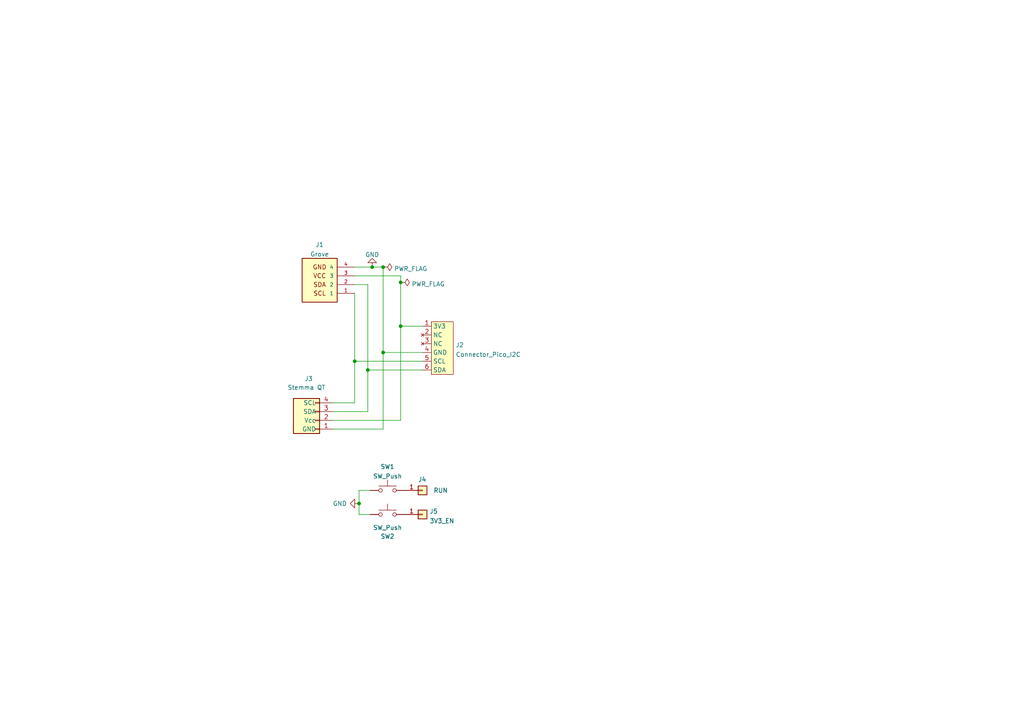
<source format=kicad_sch>
(kicad_sch (version 20211123) (generator eeschema)
  (paper "A4")
  (title_block (title "Pico I2C-Connector (no-solder)") (date "2022-06-27") (rev "2") (company "Bernhard Bablok") (comment 1 "https://github.com/bablokb/pcb-pico-i2c"))
  (lib_symbols
    (symbol "Connector_Generic:Conn_01x01" (pin_names (offset 1.016) hide)
      (property "Reference" "J" (at 0 2.54 0))
      (property "Value" "Conn_01x01" (at 0 -2.54 0))
      (symbol "Conn_01x01_1_1"
        (rectangle (start -1.27 0.127) (end 0 -0.127) (stroke (width 0.1524)))
        (rectangle (start -1.27 1.27) (end 1.27 -1.27) (stroke (width 0.254)) (fill (type background)))
        (pin passive line (at -5.08 0 0) (length 3.81) (name "Pin_1") (number "1"))
      )
    )
    (symbol "Switch:SW_Push" (pin_numbers hide) (pin_names (offset 1.016) hide)
      (property "Reference" "SW" (at 1.27 2.54 0))
      (property "Value" "SW_Push" (at 0 -1.524 0))
      (symbol "SW_Push_0_1"
        (circle (center -2.032 0) (radius 0.508))
        (polyline (pts (xy 0 1.27) (xy 0 3.048)))
        (polyline (pts (xy 2.54 1.27) (xy -2.54 1.27)))
        (circle (center 2.032 0) (radius 0.508))
        (pin passive line (at -5.08 0 0) (length 2.54) (name "1") (number "1"))
        (pin passive line (at 5.08 0 180) (length 2.54) (name "2") (number "2"))
      )
    )
    (symbol "power:GND" (power) (pin_names (offset 0))
      (property "Value" "GND" (at 0 -3.81 0))
      (symbol "GND_0_1"
        (polyline (pts (xy 0 0) (xy 0 -1.27) (xy 1.27 -1.27) (xy 0 -2.54) (xy -1.27 -1.27) (xy 0 -1.27)))
      )
      (symbol "GND_1_1"
        (pin power_in line (at 0 0 270) (length 0) hide (name "GND") (number "1"))
      )
    )
    (symbol "power:PWR_FLAG" (power) (pin_numbers hide) (pin_names (offset 0) hide)
      (property "Value" "PWR_FLAG" (at 0 3.81 0))
      (symbol "PWR_FLAG_0_0"
        (pin power_out line (at 0 0 90) (length 0) (name "pwr") (number "1"))
      )
      (symbol "PWR_FLAG_0_1"
        (polyline (pts (xy 0 0) (xy 0 1.27) (xy -1.016 1.905) (xy 0 2.54) (xy 1.016 1.905) (xy 0 1.27)))
      )
    )
    (symbol "user:Connector_Pico_I2C"
      (property "Reference" "J" (at 0 0 0))
      (property "Value" "Connector_Pico_I2C" (at 0 2.54 0))
      (symbol "Connector_Pico_I2C_0_0"
        (pin no_connect line (at -1.27 -6.35 0) (length 2.54) (name "NC") (number "2"))
        (pin no_connect line (at -1.27 -8.89 0) (length 2.54) (name "NC") (number "3"))
        (pin power_in line (at -1.27 -11.43 0) (length 2.54) (name "GND") (number "4"))
        (pin bidirectional line (at -1.27 -13.97 0) (length 2.54) (name "SCL") (number "5"))
        (pin bidirectional line (at -1.27 -16.51 0) (length 2.54) (name "SDA") (number "6"))
      )
      (symbol "Connector_Pico_I2C_0_1"
        (rectangle (start 1.27 -2.54) (end 7.62 -17.78) (stroke (width 0.1524)) (fill (type background)))
      )
      (symbol "Connector_Pico_I2C_1_1"
        (pin power_in line (at -1.27 -3.81 0) (length 2.54) (name "3V3") (number "1"))
      )
    )
    (symbol "user:Grove" (pin_names (offset 1.016))
      (property "Reference" "J" (at -5.08 5.842 0))
      (property "Value" "Grove" (at 3.81 -3.81 90))
      (symbol "Grove_0_0"
        (rectangle (start -5.08 -7.62) (end 5.08 5.08) (stroke (width 0.254)) (fill (type background)))
        (text "GND" (at 0 -5.08 0) (effects (font (size 1.27 1.27))))
        (text "SCL" (at 0 2.54 0) (effects (font (size 1.27 1.27))))
        (text "SDA" (at 0 0 0) (effects (font (size 1.27 1.27))))
        (text "VCC" (at 0 -2.54 0) (effects (font (size 1.27 1.27))))
        (pin passive line (at -10.16 2.54 0) (length 5.08) (name "1") (number "1"))
        (pin passive line (at -10.16 0 0) (length 5.08) (name "2") (number "2"))
        (pin passive line (at -10.16 -2.54 0) (length 5.08) (name "3") (number "3"))
        (pin passive line (at -10.16 -5.08 0) (length 5.08) (name "4") (number "4"))
      )
    )
    (symbol "user:Stemma-QT_Qwicc" (pin_names (offset 1.016))
      (property "Reference" "J" (at 2.54 8.89 0))
      (property "Value" "Stemma-QT_Qwicc" (at 2.54 6.35 0))
      (symbol "Stemma-QT_Qwicc_1_1"
        (rectangle (start -1.27 -4.953) (end 0 -5.207) (stroke (width 0.1524)))
        (rectangle (start -1.27 -2.413) (end 0 -2.667) (stroke (width 0.1524)))
        (rectangle (start -1.27 0.127) (end 0 -0.127) (stroke (width 0.1524)))
        (rectangle (start -1.27 2.667) (end 0 2.413) (stroke (width 0.1524)))
        (rectangle (start -1.27 3.81) (end 6.35 -6.35) (stroke (width 0.254)) (fill (type background)))
        (pin power_in line (at -5.08 2.54 0) (length 3.81) (name "GND") (number "1"))
        (pin power_in line (at -5.08 0 0) (length 3.81) (name "Vcc") (number "2"))
        (pin bidirectional line (at -5.08 -2.54 0) (length 3.81) (name "SDA") (number "3"))
        (pin bidirectional line (at -5.08 -5.08 0) (length 3.81) (name "SCL") (number "4"))
      )
    )
  )
  (junction (at 116.205 94.615))
  (junction (at 102.87 104.775))
  (junction (at 111.125 102.235))
  (junction (at 107.95 77.47))
  (junction (at 106.68 107.315))
  (junction (at 111.125 77.47))
  (junction (at 116.205 81.915))
  (junction (at 104.14 146.05))
  (wire (pts (xy 104.14 142.24) (xy 104.14 146.05)))
  (wire (pts (xy 116.205 121.92) (xy 96.52 121.92)))
  (wire (pts (xy 111.125 124.46) (xy 96.52 124.46)))
  (wire (pts (xy 106.68 107.315) (xy 106.68 119.38)))
  (wire (pts (xy 102.87 77.47) (xy 107.95 77.47)))
  (wire (pts (xy 106.68 82.55) (xy 106.68 107.315)))
  (wire (pts (xy 111.125 102.235) (xy 122.555 102.235)))
  (wire (pts (xy 107.315 149.225) (xy 104.14 149.225)))
  (wire (pts (xy 107.95 77.47) (xy 111.125 77.47)))
  (wire (pts (xy 111.125 77.47) (xy 111.125 102.235)))
  (wire (pts (xy 116.205 80.01) (xy 116.205 81.915)))
  (wire (pts (xy 102.87 116.84) (xy 96.52 116.84)))
  (wire (pts (xy 102.87 80.01) (xy 116.205 80.01)))
  (wire (pts (xy 116.205 94.615) (xy 116.205 121.92)))
  (wire (pts (xy 102.87 85.09) (xy 102.87 104.775)))
  (wire (pts (xy 102.87 104.775) (xy 122.555 104.775)))
  (wire (pts (xy 104.14 149.225) (xy 104.14 146.05)))
  (wire (pts (xy 102.87 82.55) (xy 106.68 82.55)))
  (wire (pts (xy 107.315 142.24) (xy 104.14 142.24)))
  (wire (pts (xy 111.125 102.235) (xy 111.125 124.46)))
  (wire (pts (xy 116.205 81.915) (xy 116.205 94.615)))
  (wire (pts (xy 106.68 107.315) (xy 122.555 107.315)))
  (wire (pts (xy 102.87 104.775) (xy 102.87 116.84)))
  (wire (pts (xy 106.68 119.38) (xy 96.52 119.38)))
  (wire (pts (xy 116.205 94.615) (xy 122.555 94.615)))
  (symbol (lib_id "power:GND") (at 107.95 77.47 180) (unit 1)
    (property "Reference" "#PWR01" (effects hide))
    (property "Value" "GND" (at 107.95 73.8655 0))
  )
  (symbol (lib_id "Switch:SW_Push") (at 112.395 149.225 0) (unit 1)
    (property "Reference" "SW2" (at 112.395 155.575 0))
    (property "Value" "SW_Push" (at 112.395 153.035 0))
    (property "Footprint" "Connector_Wire:SolderWire-0.1sqmm_1x02_P3.6mm_D0.4mm_OD1mm" (effects hide))
  )
  (symbol (lib_id "user:Connector_Pico_I2C") (at 123.825 90.805 0) (unit 1)
    (property "Reference" "J2" (at 132.1562 100.0565 0) (effects (justify left)))
    (property "Value" "Connector_Pico_I2C" (at 132.1562 102.8316 0) (effects (justify left)))
    (property "Footprint" "user:Connector_Pico-I2C" (effects hide))
  )
  (symbol (lib_id "user:Stemma-QT_Qwicc") (at 91.44 121.92 180) (unit 1)
    (property "Reference" "J3" (at 89.535 109.855 0))
    (property "Value" "Stemma QT" (at 88.9 112.395 0))
    (property "Footprint" "Connector_JST:JST_SH_SM04B-SRSS-TB_1x04-1MP_P1.00mm_Horizontal" (effects hide))
  )
  (symbol (lib_id "power:PWR_FLAG") (at 111.125 77.47 270) (unit 1)
    (property "Reference" "#FLG01" (effects hide))
    (property "Value" "PWR_FLAG" (at 114.3 77.949 90) (effects (justify left)))
  )
  (symbol (lib_id "power:GND") (at 104.14 146.05 270) (unit 1)
    (property "Reference" "#PWR02" (effects hide))
    (property "Value" "GND" (at 96.52 146.05 90) (effects (justify left)))
  )
  (symbol (lib_id "user:Grove") (at 92.71 82.55 180) (unit 1)
    (property "Reference" "J1" (at 92.71 70.9635 0))
    (property "Value" "Grove" (at 92.71 73.7386 0))
    (property "Footprint" "user:grove_horizontal" (effects hide))
    (property "MANUFACTURER" "Seeed Technology" (effects hide))
  )
  (symbol (lib_id "Connector_Generic:Conn_01x01") (at 122.555 142.24 0) (unit 1)
    (property "Reference" "J4" (at 121.285 139.065 0) (effects (justify left)))
    (property "Value" "RUN" (at 125.73 142.24 0) (effects (justify left)))
    (property "Footprint" "user:PinHole_1x01" (effects hide))
  )
  (symbol (lib_id "Connector_Generic:Conn_01x01") (at 122.555 149.225 0) (unit 1)
    (property "Reference" "J5" (at 124.587 148.3165 0) (effects (justify left)))
    (property "Value" "3V3_EN" (at 124.587 151.0916 0) (effects (justify left)))
    (property "Footprint" "user:PinHole_1x01" (effects hide))
  )
  (symbol (lib_id "Switch:SW_Push") (at 112.395 142.24 0) (unit 1)
    (property "Reference" "SW1" (at 112.395 135.3525 0))
    (property "Value" "SW_Push" (at 112.395 138.1276 0))
    (property "Footprint" "user:SW_PUSH_SLIM_1x4" (effects hide))
  )
  (symbol (lib_id "power:PWR_FLAG") (at 116.205 81.915 270) (unit 1)
    (property "Reference" "#FLG02" (effects hide))
    (property "Value" "PWR_FLAG" (at 119.38 82.394 90) (effects (justify left)))
  )
)
</source>
